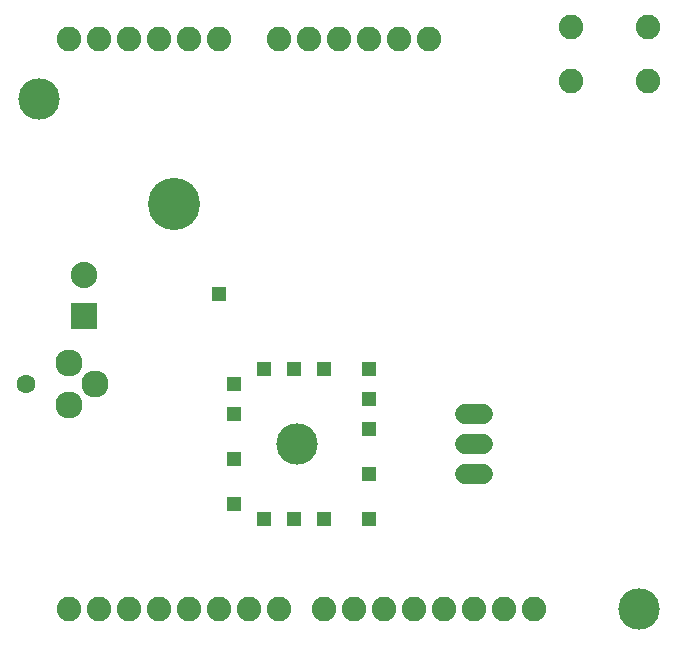
<source format=gbs>
G75*
G70*
%OFA0B0*%
%FSLAX24Y24*%
%IPPOS*%
%LPD*%
%AMOC8*
5,1,8,0,0,1.08239X$1,22.5*
%
%ADD10C,0.0820*%
%ADD11C,0.1380*%
%ADD12C,0.0680*%
%ADD13C,0.0905*%
%ADD14C,0.0630*%
%ADD15R,0.0880X0.0880*%
%ADD16C,0.0880*%
%ADD17R,0.0476X0.0476*%
%ADD18C,0.1740*%
D10*
X002161Y001504D03*
X003161Y001504D03*
X004161Y001504D03*
X005161Y001504D03*
X006161Y001504D03*
X007161Y001504D03*
X008161Y001504D03*
X009161Y001504D03*
X010661Y001504D03*
X011661Y001504D03*
X012661Y001504D03*
X013661Y001504D03*
X014661Y001504D03*
X015661Y001504D03*
X016661Y001504D03*
X017661Y001504D03*
X018881Y019114D03*
X018881Y020894D03*
X021441Y020894D03*
X021441Y019114D03*
X014161Y020504D03*
X013161Y020504D03*
X012161Y020504D03*
X011161Y020504D03*
X010161Y020504D03*
X009161Y020504D03*
X007161Y020504D03*
X006161Y020504D03*
X005161Y020504D03*
X004161Y020504D03*
X003161Y020504D03*
X002161Y020504D03*
D11*
X001161Y018504D03*
X009761Y007004D03*
X021161Y001504D03*
D12*
X015961Y006004D02*
X015361Y006004D01*
X015361Y007004D02*
X015961Y007004D01*
X015961Y008004D02*
X015361Y008004D01*
D13*
X003031Y009004D03*
X002161Y009694D03*
X002161Y008314D03*
D14*
X000701Y009004D03*
D15*
X002661Y011254D03*
D16*
X002661Y012632D03*
D17*
X007161Y012004D03*
X008661Y009504D03*
X007661Y009004D03*
X007661Y008004D03*
X007661Y006504D03*
X007661Y005004D03*
X008661Y004504D03*
X009661Y004504D03*
X010661Y004504D03*
X012161Y004504D03*
X012161Y006004D03*
X012161Y007504D03*
X012161Y008504D03*
X012161Y009504D03*
X010661Y009504D03*
X009661Y009504D03*
D18*
X005661Y015004D03*
M02*

</source>
